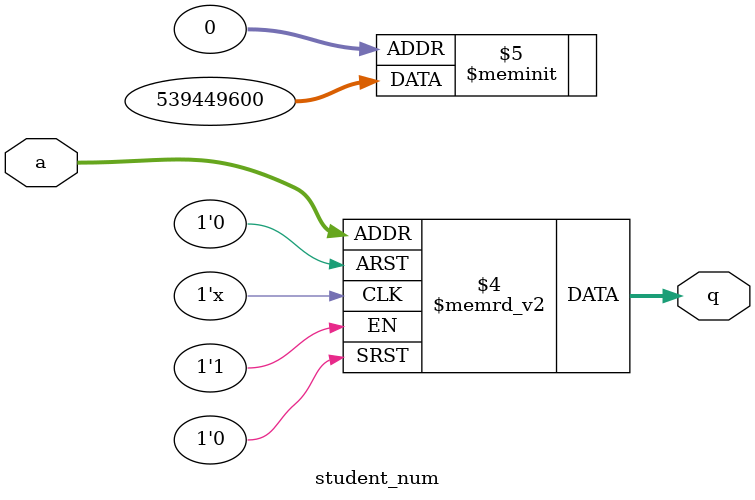
<source format=sv>
`timescale 1ns/10ps

module student_num (
    input [2:0] a,
    output logic [3:0] q
);
    
    always_comb
    begin
        case (a)
            3'd0: q = 4'd0;
            3'd1: q = 4'd0;
            3'd2: q = 4'd9;
            3'd3: q = 4'd5;
            3'd4: q = 4'd7;
            3'd5: q = 4'd2;
            3'd6: q = 4'd0;
            3'd7: q = 4'd2;
        endcase
    end

endmodule
</source>
